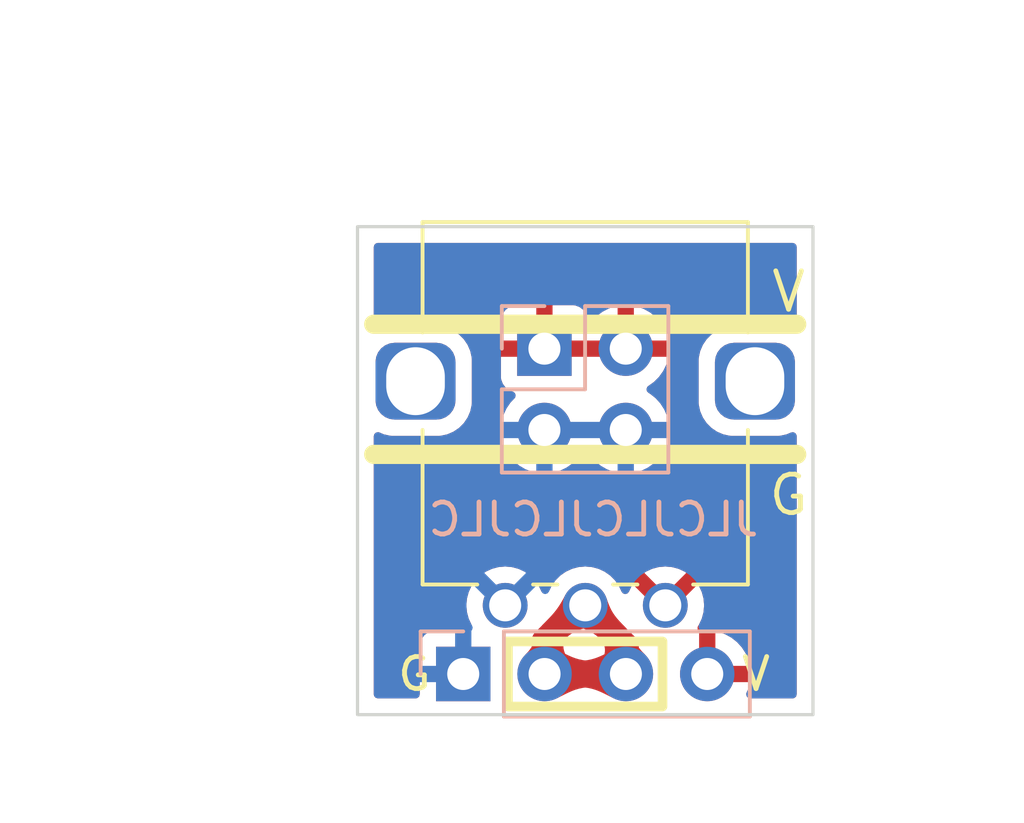
<source format=kicad_pcb>
(kicad_pcb (version 20221018) (generator pcbnew)
  (layers (0 "F.Cu" signal) (31 "B.Cu" signal) (34 "B.Paste" user) (35 "F.Paste" user) (36 "B.SilkS" user "B.Silkscreen") (37 "F.SilkS" user "F.Silkscreen") (38 "B.Mask" user) (39 "F.Mask" user) (44 "Edge.Cuts" user))
  (net 0 "")
  (net 1 "GND")
  (net 2 "/2")
  (net 3 "VDD")
  (footprint "Akiyuki_Footprint:ALPS_RK09D117000B" (layer "F.Cu") (at 107.95 60.706)
    (fp_text reference "RV1" hide)
    (fp_text value "ALPS_RK09D")
    (fp_line (start -5.08 -4.97) (end 5.08 -4.97) (stroke (width 0.12)) (layer "F.SilkS"))
    (fp_line (start -5.08 -1.524) (end -5.08 -4.97) (stroke (width 0.12)) (layer "F.SilkS"))
    (fp_line (start -5.08 6.35) (end -5.08 1.524) (stroke (width 0.12)) (layer "F.SilkS"))
    (fp_line (start -5.08 6.35) (end -3.371 6.35) (stroke (width 0.12)) (layer "F.SilkS"))
    (fp_line (start -1.629 6.35) (end -0.87 6.35) (stroke (width 0.12)) (layer "F.SilkS"))
    (fp_line (start 0.871 6.35) (end 1.63 6.35) (stroke (width 0.12)) (layer "F.SilkS"))
    (fp_line (start 3.37 6.35) (end 5.08 6.35) (stroke (width 0.12)) (layer "F.SilkS"))
    (fp_line (start 5.08 -1.524) (end 5.08 -4.97) (stroke (width 0.12)) (layer "F.SilkS"))
    (fp_line (start 5.08 6.35) (end 5.08 1.524) (stroke (width 0.12)) (layer "F.SilkS"))
    (pad "" thru_hole roundrect (at -5.3 0 90) (size 2.4 2.5) (drill oval 2.12 1.83) (layers "*.Cu" "*.Mask"))
    (pad "" thru_hole roundrect (at 5.3 0 90) (size 2.4 2.5) (drill oval 2.12 1.83) (layers "*.Cu" "*.Mask"))
    (pad "1" thru_hole circle (at -2.5 7 90) (size 1.4 1.4) (drill 1) (layers "*.Cu" "*.Mask") (net 1 "GND"))
    (pad "2" thru_hole circle (at 0 7 90) (size 1.4 1.4) (drill 1) (layers "*.Cu" "*.Mask") (net 2 "/2"))
    (pad "3" thru_hole circle (at 2.5 7 90) (size 1.4 1.4) (drill 1) (layers "*.Cu" "*.Mask") (net 3 "VDD"))
  )
  (footprint "Connector_PinHeader_2.54mm:PinHeader_2x02_P2.54mm_Vertical" (layer "B.Cu") (at 106.675 59.69 -90)
    (fp_text reference "J1" hide)
    (fp_text value "Conn_02x02_Odd_Even")
    (fp_line (start -1.33 -3.87) (end 3.87 -3.87) (stroke (width 0.12)) (layer "B.SilkS"))
    (fp_line (start -1.33 -1.27) (end -1.33 -3.87) (stroke (width 0.12)) (layer "B.SilkS"))
    (fp_line (start -1.33 -1.27) (end 1.27 -1.27) (stroke (width 0.12)) (layer "B.SilkS"))
    (fp_line (start -1.33 0) (end -1.33 1.33) (stroke (width 0.12)) (layer "B.SilkS"))
    (fp_line (start -1.33 1.33) (end 0 1.33) (stroke (width 0.12)) (layer "B.SilkS"))
    (fp_line (start 1.27 -1.27) (end 1.27 1.33) (stroke (width 0.12)) (layer "B.SilkS"))
    (fp_line (start 1.27 1.33) (end 3.87 1.33) (stroke (width 0.12)) (layer "B.SilkS"))
    (fp_line (start 3.87 1.33) (end 3.87 -3.87) (stroke (width 0.12)) (layer "B.SilkS"))
    (pad "1" thru_hole rect (at 0 0 270) (size 1.7 1.7) (drill 1) (layers "*.Cu" "*.Mask") (net 3 "VDD"))
    (pad "2" thru_hole oval (at 2.54 0 270) (size 1.7 1.7) (drill 1) (layers "*.Cu" "*.Mask") (net 1 "GND"))
    (pad "3" thru_hole oval (at 0 -2.54 270) (size 1.7 1.7) (drill 1) (layers "*.Cu" "*.Mask") (net 3 "VDD"))
    (pad "4" thru_hole oval (at 2.54 -2.54 270) (size 1.7 1.7) (drill 1) (layers "*.Cu" "*.Mask") (net 1 "GND"))
  )
  (footprint "Connector_PinHeader_2.54mm:PinHeader_1x04_P2.54mm_Vertical" (layer "B.Cu") (at 104.14 69.85 -90)
    (fp_text reference "J2" hide)
    (fp_text value "Conn_01x04")
    (fp_line (start -1.33 -8.95) (end 1.33 -8.95) (stroke (width 0.12)) (layer "B.SilkS"))
    (fp_line (start -1.33 -1.27) (end -1.33 -8.95) (stroke (width 0.12)) (layer "B.SilkS"))
    (fp_line (start -1.33 -1.27) (end 1.33 -1.27) (stroke (width 0.12)) (layer "B.SilkS"))
    (fp_line (start -1.33 0) (end -1.33 1.33) (stroke (width 0.12)) (layer "B.SilkS"))
    (fp_line (start -1.33 1.33) (end 0 1.33) (stroke (width 0.12)) (layer "B.SilkS"))
    (fp_line (start 1.33 -1.27) (end 1.33 -8.95) (stroke (width 0.12)) (layer "B.SilkS"))
    (pad "1" thru_hole rect (at 0 0 270) (size 1.7 1.7) (drill 1) (layers "*.Cu" "*.Mask") (net 1 "GND"))
    (pad "2" thru_hole oval (at 0 -2.54 270) (size 1.7 1.7) (drill 1) (layers "*.Cu" "*.Mask") (net 2 "/2"))
    (pad "3" thru_hole oval (at 0 -5.08 270) (size 1.7 1.7) (drill 1) (layers "*.Cu" "*.Mask") (net 2 "/2"))
    (pad "4" thru_hole oval (at 0 -7.62 270) (size 1.7 1.7) (drill 1) (layers "*.Cu" "*.Mask") (net 3 "VDD"))
  )
  (gr_line (start 101.346 62.992) (end 114.554 62.992) (stroke (width 0.6)) (layer "F.SilkS"))
  (gr_line (start 101.346 58.928) (end 114.554 58.928) (stroke (width 0.6)) (layer "F.SilkS"))
  (gr_rect (start 105.537 68.834) (end 110.363 70.866) (stroke (width 0.3)) (fill none) (layer "F.SilkS"))
  (gr_rect (start 100.838 55.88) (end 115.062 71.12) (stroke (width 0.1)) (fill none) (layer "Edge.Cuts"))
  (gr_text "JLCJLCJLCJLC" (at 108.204 65.024) (layer "B.SilkS") (effects (font (size 1 1)) (justify mirror)))
  (gr_text "V" (at 113.284 69.85) (layer "F.SilkS") (effects (font (size 1 1))))
  (gr_text "V" (at 114.3 57.912) (layer "F.SilkS") (effects (font (size 1.2 1.2))))
  (gr_text "G" (at 102.616 69.85) (layer "F.SilkS") (effects (font (size 1 1))))
  (gr_text "G" (at 114.3 64.262) (layer "F.SilkS") (effects (font (size 1.2 1.2))))
  (segment (start 106.68 68.82) (end 106.68 69.85) (width 0.8) (layer "F.Cu") (net 2))
  (segment (start 106.68 69.85) (end 109.22 69.85) (width 0.8) (layer "F.Cu") (net 2))
  (segment (start 107.794 67.706) (end 106.68 68.82) (width 0.8) (layer "F.Cu") (net 2))
  (segment (start 109.22 69.85) (end 109.22 68.976) (width 0.8) (layer "F.Cu") (net 2))
  (segment (start 107.95 67.706) (end 107.794 67.706) (width 0.8) (layer "F.Cu") (net 2))
  (segment (start 109.22 68.976) (end 107.95 67.706) (width 0.8) (layer "F.Cu") (net 2))
  (zone (net 2) (net_name "/2") (layer "F.Cu") (priority 16962) (connect_pads yes (clearance 0)) (min_thickness 0.0254) (fill yes (thermal_gap 0.508) (thermal_bridge_width 0.508))
    (polygon (pts (xy 109.21572 68.406035) (xy 109.107284 68.295567) (xy 109.015684 68.197329) (xy 108.938607 68.108193) (xy 108.873737 68.02503) (xy 108.818759 67.944711) (xy 108.771358 67.864108) (xy 108.72922 67.780092) (xy 108.690029 67.689534) (xy 108.651471 67.589305) (xy 108.611231 67.476278) (xy 107.702513 67.458513) (xy 107.720278 68.367231) (xy 107.833305 68.407471) (xy 107.933534 68.446029) (xy 108.024092 68.48522) (xy 108.108108 68.527358) (xy 108.188711 68.574759) (xy 108.26903 68.629737) (xy 108.352193 68.694607) (xy 108.441329 68.771684) (xy 108.539567 68.863284) (xy 108.650035 68.97172)))
  )
  (zone (net 2) (net_name "/2") (layer "F.Cu") (priority 16962) (connect_pads yes (clearance 0)) (min_thickness 0.0254) (fill yes (thermal_gap 0.508) (thermal_bridge_width 0.508))
    (polygon (pts (xy 107.164675 68.90101) (xy 107.268946 68.799337) (xy 107.362847 68.713872) (xy 107.449155 68.642791) (xy 107.530647 68.584273) (xy 107.610102 68.536495) (xy 107.690297 68.497635) (xy 107.77401 68.46587) (xy 107.86402 68.439377) (xy 107.963103 68.416335) (xy 108.074039 68.394922) (xy 108.232981 67.500035) (xy 107.332566 67.376191) (xy 107.270557 67.490732) (xy 107.213512 67.591736) (xy 107.158624 67.682728) (xy 107.103085 67.76723) (xy 107.044089 67.848768) (xy 106.978828 67.930866) (xy 106.904494 68.017046) (xy 106.818282 68.110833) (xy 106.717382 68.215751) (xy 106.59899 68.335325)))
  )
  (zone (net 2) (net_name "/2") (layer "F.Cu") (priority 16962) (connect_pads yes (clearance 0)) (min_thickness 0.0254) (fill yes (thermal_gap 0.508) (thermal_bridge_width 0.508))
    (polygon (pts (xy 108.37 69.45) (xy 108.180206 69.446314) (xy 108.017887 69.435273) (xy 107.877558 69.416901) (xy 107.753738 69.39122) (xy 107.640945 69.358256) (xy 107.533696 69.318031) (xy 107.42651 69.270569) (xy 107.313904 69.215894) (xy 107.190397 69.15403) (xy 107.050506 69.085) (xy 106.255 69.85) (xy 107.050506 70.615) (xy 107.190397 70.545969) (xy 107.313904 70.484105) (xy 107.42651 70.42943) (xy 107.533696 70.381968) (xy 107.640945 70.341743) (xy 107.753738 70.308779) (xy 107.877558 70.283098) (xy 108.017887 70.264726) (xy 108.180206 70.253685) (xy 108.37 70.25)))
  )
  (zone (net 3) (net_name "VDD") (layer "F.Cu") (connect_pads (clearance 0.508)) (min_thickness 0.254) (fill yes (thermal_gap 0.508) (thermal_bridge_width 0.508))
    (polygon (pts (xy 115.57 72.39) (xy 100.33 72.39) (xy 100.33 54.61) (xy 115.57 54.61)))
  )
  (zone (net 2) (net_name "/2") (layer "F.Cu") (priority 16962) (connect_pads yes (clearance 0)) (min_thickness 0.0254) (fill yes (thermal_gap 0.508) (thermal_bridge_width 0.508))
    (polygon (pts (xy 106.870918 68.063396) (xy 106.737291 68.208043) (xy 106.634239 68.341009) (xy 106.554831 68.464501) (xy 106.492139 68.580723) (xy 106.439233 68.691883) (xy 106.389183 68.800187) (xy 106.33506 68.90784) (xy 106.269935 69.017049) (xy 106.186878 69.13002) (xy 106.07896 69.24896) (xy 106.68 70.275) (xy 107.445 69.479494) (xy 107.400113 69.388369) (xy 107.35753 69.300716) (xy 107.320057 69.21574) (xy 107.290501 69.132645) (xy 107.271668 69.050637) (xy 107.266367 68.968921) (xy 107.277402 68.886702) (xy 107.307583 68.803186) (xy 107.359714 68.717577) (xy 107.436604 68.629082)))
  )
  (zone (net 2) (net_name "/2") (layer "F.Cu") (priority 16962) (connect_pads yes (clearance 0)) (min_thickness 0.0254) (fill yes (thermal_gap 0.508) (thermal_bridge_width 0.508))
    (polygon (pts (xy 108.353088 68.674773) (xy 108.429501 68.758999) (xy 108.487577 68.840166) (xy 108.528674 68.919107) (xy 108.554148 68.996657) (xy 108.56536 69.073651) (xy 108.563666 69.150924) (xy 108.550425 69.229309) (xy 108.526995 69.309643) (xy 108.494734 69.39276) (xy 108.455 69.479494) (xy 109.22 70.275) (xy 109.82104 69.24896) (xy 109.708348 69.129615) (xy 109.616459 69.019668) (xy 109.539442 68.916039) (xy 109.471369 68.815653) (xy 109.406313 68.715431) (xy 109.338344 68.612296) (xy 109.261534 68.503172) (xy 109.169954 68.38498) (xy 109.057677 68.254645) (xy 108.918773 68.109088)))
  )
  (zone (net 2) (net_name "/2") (layer "F.Cu") (priority 16962) (connect_pads yes (clearance 0)) (min_thickness 0.0254) (fill yes (thermal_gap 0.508) (thermal_bridge_width 0.508))
    (polygon (pts (xy 107.53 70.25) (xy 107.719793 70.253685) (xy 107.882112 70.264726) (xy 108.022441 70.283098) (xy 108.146261 70.308779) (xy 108.259054 70.341743) (xy 108.366303 70.381968) (xy 108.473489 70.42943) (xy 108.586095 70.484105) (xy 108.709602 70.545969) (xy 108.849494 70.615) (xy 109.645 69.85) (xy 108.849494 69.085) (xy 108.709602 69.15403) (xy 108.586095 69.215894) (xy 108.473489 69.270569) (xy 108.366303 69.318031) (xy 108.259054 69.358256) (xy 108.146261 69.39122) (xy 108.022441 69.416901) (xy 107.882112 69.435273) (xy 107.719793 69.446314) (xy 107.53 69.45)))
  )
  (zone (net 1) (net_name "GND") (layer "B.Cu") (connect_pads (clearance 0.508)) (min_thickness 0.254) (fill yes (thermal_gap 0.508) (thermal_bridge_width 0.508))
    (polygon (pts (xy 115.57 72.39) (xy 100.33 72.39) (xy 100.33 54.61) (xy 115.57 54.61)))
  )
)
</source>
